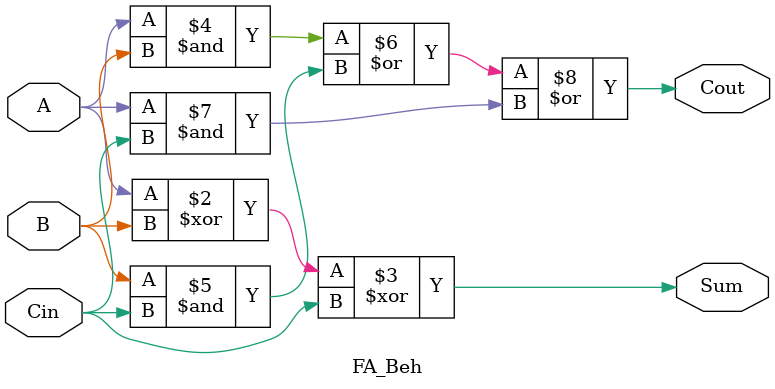
<source format=v>
`timescale 1ns / 1ps


module FA_Beh(
    input A,
    input B,
    input Cin,
    output reg Sum,
    output reg Cout
    );
    
    always @ (*)begin
        Sum = A ^ B ^ Cin;
        Cout = (A & B) | (B & Cin) | (A & Cin); 
    end
    
endmodule

</source>
